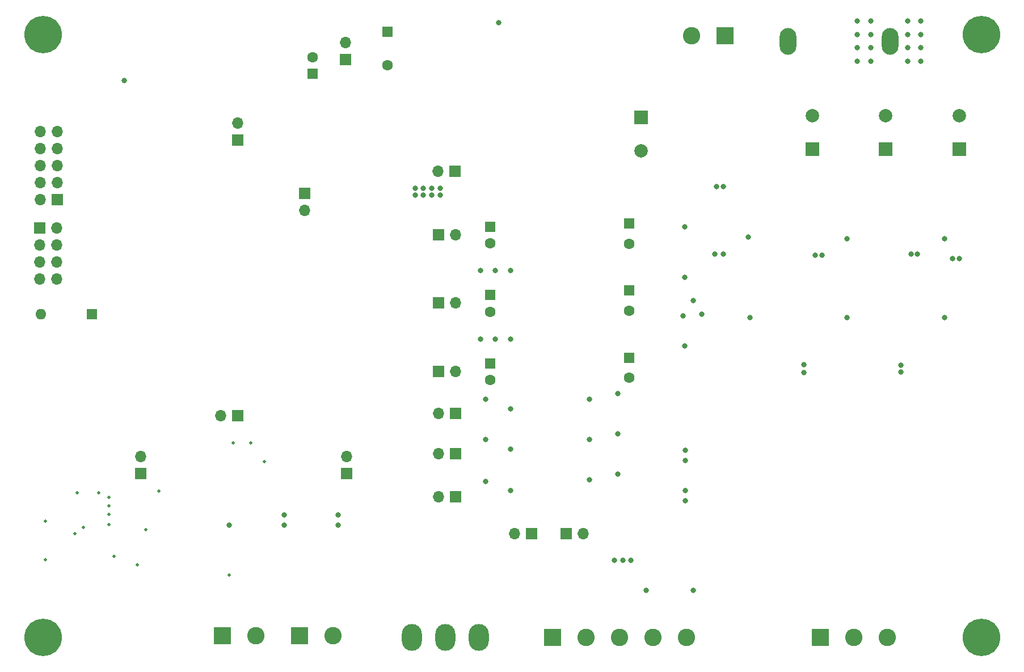
<source format=gbr>
%TF.GenerationSoftware,KiCad,Pcbnew,8.0.3*%
%TF.CreationDate,2024-07-07T23:54:37+03:00*%
%TF.ProjectId,STM32_Motor_Kit_v0.1,53544d33-325f-44d6-9f74-6f725f4b6974,rev?*%
%TF.SameCoordinates,Original*%
%TF.FileFunction,Copper,L2,Inr*%
%TF.FilePolarity,Positive*%
%FSLAX46Y46*%
G04 Gerber Fmt 4.6, Leading zero omitted, Abs format (unit mm)*
G04 Created by KiCad (PCBNEW 8.0.3) date 2024-07-07 23:54:37*
%MOMM*%
%LPD*%
G01*
G04 APERTURE LIST*
%TA.AperFunction,ComponentPad*%
%ADD10R,1.700000X1.700000*%
%TD*%
%TA.AperFunction,ComponentPad*%
%ADD11O,1.700000X1.700000*%
%TD*%
%TA.AperFunction,ComponentPad*%
%ADD12R,1.600000X1.600000*%
%TD*%
%TA.AperFunction,ComponentPad*%
%ADD13C,1.600000*%
%TD*%
%TA.AperFunction,ComponentPad*%
%ADD14C,0.800000*%
%TD*%
%TA.AperFunction,ComponentPad*%
%ADD15C,5.600000*%
%TD*%
%TA.AperFunction,ComponentPad*%
%ADD16R,2.000000X2.000000*%
%TD*%
%TA.AperFunction,ComponentPad*%
%ADD17C,2.000000*%
%TD*%
%TA.AperFunction,ComponentPad*%
%ADD18O,1.600000X1.600000*%
%TD*%
%TA.AperFunction,ComponentPad*%
%ADD19R,2.600000X2.600000*%
%TD*%
%TA.AperFunction,ComponentPad*%
%ADD20C,2.600000*%
%TD*%
%TA.AperFunction,ComponentPad*%
%ADD21O,2.500000X4.000000*%
%TD*%
%TA.AperFunction,ComponentPad*%
%ADD22O,3.000000X4.000000*%
%TD*%
%TA.AperFunction,ViaPad*%
%ADD23C,0.800000*%
%TD*%
%TA.AperFunction,ViaPad*%
%ADD24C,0.500000*%
%TD*%
G04 APERTURE END LIST*
D10*
%TO.N,Net-(JP13-A)*%
%TO.C,JP13*%
X100250000Y-120525000D03*
D11*
%TO.N,+5V*%
X100250000Y-117985000D03*
%TD*%
D12*
%TO.N,Net-(U9-VB)*%
%TO.C,C57*%
X142450000Y-103250000D03*
D13*
%TO.N,/Motor_Control/W_Phase_COM*%
X142450000Y-106250000D03*
%TD*%
D10*
%TO.N,+5V*%
%TO.C,JP4*%
X84025000Y-111945000D03*
D11*
%TO.N,Net-(JP4-B)*%
X81485000Y-111945000D03*
%TD*%
D12*
%TO.N,Net-(JP6-B)*%
%TO.C,C43*%
X121700000Y-83694888D03*
D13*
%TO.N,GND*%
X121700000Y-86194888D03*
%TD*%
D10*
%TO.N,GND*%
%TO.C,J2*%
X54460000Y-83860000D03*
D11*
%TO.N,Net-(J2-Pin_2)*%
X57000000Y-83860000D03*
%TO.N,GND*%
X54460000Y-86400000D03*
%TO.N,/MCU/RST*%
X57000000Y-86400000D03*
%TO.N,Net-(J2-Pin_5)*%
X54460000Y-88940000D03*
%TO.N,/MCU/SWDIO*%
X57000000Y-88940000D03*
%TO.N,Net-(J2-Pin_7)*%
X54460000Y-91480000D03*
%TO.N,/MCU/SWCLK*%
X57000000Y-91480000D03*
%TD*%
D14*
%TO.N,unconnected-(H2-Pad1)*%
%TO.C,H2*%
X192800000Y-55000000D03*
X193500000Y-53500000D03*
X193500000Y-56500000D03*
X195000000Y-52800000D03*
D15*
X195000000Y-55000000D03*
D14*
X195000000Y-57200000D03*
X196500000Y-53500000D03*
X196500000Y-56500000D03*
X197200000Y-55000000D03*
%TD*%
D10*
%TO.N,Net-(JP10-A)*%
%TO.C,JP10*%
X116575000Y-124000000D03*
D11*
%TO.N,+3.3V*%
X114035000Y-124000000D03*
%TD*%
D16*
%TO.N,+24V*%
%TO.C,C19*%
X144250000Y-67382323D03*
D17*
%TO.N,GND*%
X144250000Y-72382323D03*
%TD*%
D10*
%TO.N,+15V*%
%TO.C,JP6*%
X114025000Y-84900000D03*
D11*
%TO.N,Net-(JP6-B)*%
X116565000Y-84900000D03*
%TD*%
D12*
%TO.N,Net-(JP5-B)*%
%TO.C,C45*%
X121700000Y-104094888D03*
D13*
%TO.N,GND*%
X121700000Y-106594888D03*
%TD*%
D12*
%TO.N,/MCU/BOOT*%
%TO.C,SW1*%
X62300000Y-96750000D03*
D18*
%TO.N,+3.3V_MCU*%
X54680000Y-96750000D03*
%TD*%
D16*
%TO.N,Vbus*%
%TO.C,C58*%
X180750000Y-72117677D03*
D17*
%TO.N,GND*%
X180750000Y-67117677D03*
%TD*%
D12*
%TO.N,Net-(U7-VB)*%
%TO.C,C53*%
X142450000Y-83250000D03*
D13*
%TO.N,/Motor_Control/U_Phase_COM*%
X142450000Y-86250000D03*
%TD*%
D10*
%TO.N,Net-(JP12-A)*%
%TO.C,JP12*%
X133075000Y-129500000D03*
D11*
%TO.N,+5V*%
X135615000Y-129500000D03*
%TD*%
D16*
%TO.N,Vbus*%
%TO.C,C59*%
X191750000Y-72117677D03*
D17*
%TO.N,GND*%
X191750000Y-67117677D03*
%TD*%
D14*
%TO.N,unconnected-(H4-Pad1)*%
%TO.C,H4*%
X192800000Y-145000000D03*
X193500000Y-143500000D03*
X193500000Y-146500000D03*
X195000000Y-142800000D03*
D15*
X195000000Y-145000000D03*
D14*
X195000000Y-147200000D03*
X196500000Y-143500000D03*
X196500000Y-146500000D03*
X197200000Y-145000000D03*
%TD*%
D12*
%TO.N,+5V*%
%TO.C,C31*%
X106400000Y-54597349D03*
D13*
%TO.N,GND*%
X106400000Y-59597349D03*
%TD*%
D19*
%TO.N,/CanBus_Communication/CAN_L*%
%TO.C,J3*%
X81750000Y-144805000D03*
D20*
%TO.N,/CanBus_Communication/CAN_H*%
X86750000Y-144805000D03*
%TD*%
D10*
%TO.N,+15V*%
%TO.C,JP7*%
X114025000Y-95100000D03*
D11*
%TO.N,Net-(JP7-B)*%
X116565000Y-95100000D03*
%TD*%
D19*
%TO.N,GND(SHIELD)*%
%TO.C,J5*%
X131000000Y-145000000D03*
D20*
%TO.N,GND*%
X136000000Y-145000000D03*
%TO.N,Net-(J5-Pin_3)*%
X141000000Y-145000000D03*
%TO.N,Net-(J5-Pin_4)*%
X146000000Y-145000000D03*
%TO.N,Net-(J5-Pin_5)*%
X151000000Y-145000000D03*
%TD*%
D21*
%TO.N,Net-(J1-Pin_1)*%
%TO.C,F1*%
X166130000Y-56000000D03*
%TO.N,Vbus*%
X181370000Y-56000000D03*
%TD*%
D19*
%TO.N,Net-(J1-Pin_1)*%
%TO.C,J1*%
X156750000Y-55195000D03*
D20*
%TO.N,GND*%
X151750000Y-55195000D03*
%TD*%
D10*
%TO.N,Net-(JP15-A)*%
%TO.C,JP15*%
X84000000Y-70775000D03*
D11*
%TO.N,+3.3V*%
X84000000Y-68235000D03*
%TD*%
D19*
%TO.N,/Motor_Control/U_Phase_COM*%
%TO.C,J4*%
X171000000Y-145000000D03*
D20*
%TO.N,/Motor_Control/V_Phase_COM*%
X176000000Y-145000000D03*
%TO.N,/Motor_Control/W_Phase_COM*%
X181000000Y-145000000D03*
%TD*%
D12*
%TO.N,Net-(JP7-B)*%
%TO.C,C44*%
X121700000Y-93894888D03*
D13*
%TO.N,GND*%
X121700000Y-96394888D03*
%TD*%
D10*
%TO.N,Net-(JP3-A)*%
%TO.C,JP3*%
X116500000Y-75400000D03*
D11*
%TO.N,+3.3V*%
X113960000Y-75400000D03*
%TD*%
D14*
%TO.N,unconnected-(H3-Pad1)*%
%TO.C,H3*%
X52800000Y-145000000D03*
X53500000Y-143500000D03*
X53500000Y-146500000D03*
X55000000Y-142800000D03*
D15*
X55000000Y-145000000D03*
D14*
X55000000Y-147200000D03*
X56500000Y-143500000D03*
X56500000Y-146500000D03*
X57200000Y-145000000D03*
%TD*%
D10*
%TO.N,Net-(JP9-A)*%
%TO.C,JP9*%
X116575000Y-117600000D03*
D11*
%TO.N,+3.3V*%
X114035000Y-117600000D03*
%TD*%
D10*
%TO.N,unconnected-(J6-Pin_1-Pad1)*%
%TO.C,J6*%
X57075000Y-79675000D03*
D11*
%TO.N,unconnected-(J6-Pin_2-Pad2)*%
X54535000Y-79675000D03*
%TO.N,unconnected-(J6-Pin_3-Pad3)*%
X57075000Y-77135000D03*
%TO.N,unconnected-(J6-Pin_4-Pad4)*%
X54535000Y-77135000D03*
%TO.N,unconnected-(J6-Pin_5-Pad5)*%
X57075000Y-74595000D03*
%TO.N,unconnected-(J6-Pin_6-Pad6)*%
X54535000Y-74595000D03*
%TO.N,unconnected-(J6-Pin_7-Pad7)*%
X57075000Y-72055000D03*
%TO.N,unconnected-(J6-Pin_8-Pad8)*%
X54535000Y-72055000D03*
%TO.N,unconnected-(J6-Pin_9-Pad9)*%
X57075000Y-69515000D03*
%TO.N,unconnected-(J6-Pin_10-Pad10)*%
X54535000Y-69515000D03*
%TD*%
D14*
%TO.N,unconnected-(H1-Pad1)*%
%TO.C,H1*%
X52800000Y-55000000D03*
X53500000Y-53500000D03*
X53500000Y-56500000D03*
X55000000Y-52800000D03*
D15*
X55000000Y-55000000D03*
D14*
X55000000Y-57200000D03*
X56500000Y-53500000D03*
X56500000Y-56500000D03*
X57200000Y-55000000D03*
%TD*%
D10*
%TO.N,Net-(JP2-A)*%
%TO.C,JP2*%
X100100000Y-58775000D03*
D11*
%TO.N,+5V*%
X100100000Y-56235000D03*
%TD*%
D22*
%TO.N,+3.3V*%
%TO.C,RV1*%
X110000000Y-145000000D03*
%TO.N,Net-(R89-Pad1)*%
X115000000Y-145000000D03*
%TO.N,Net-(R88-Pad2)*%
X120000000Y-145000000D03*
%TD*%
D16*
%TO.N,Vbus*%
%TO.C,C103*%
X169800000Y-72117677D03*
D17*
%TO.N,GND*%
X169800000Y-67117677D03*
%TD*%
D10*
%TO.N,+3.3V*%
%TO.C,JP1*%
X94000000Y-78725000D03*
D11*
%TO.N,+3.3V_MCU*%
X94000000Y-81265000D03*
%TD*%
D10*
%TO.N,+15V*%
%TO.C,JP5*%
X114025000Y-105300000D03*
D11*
%TO.N,Net-(JP5-B)*%
X116565000Y-105300000D03*
%TD*%
D10*
%TO.N,Net-(JP14-A)*%
%TO.C,JP14*%
X69550000Y-120525000D03*
D11*
%TO.N,+5V*%
X69550000Y-117985000D03*
%TD*%
D19*
%TO.N,/RS485_Communication/RS485_0_P*%
%TO.C,J7*%
X93250000Y-144805000D03*
D20*
%TO.N,/RS485_Communication/RS485_0_N*%
X98250000Y-144805000D03*
%TD*%
D10*
%TO.N,Net-(JP8-A)*%
%TO.C,JP8*%
X116575000Y-111600000D03*
D11*
%TO.N,+3.3V*%
X114035000Y-111600000D03*
%TD*%
D12*
%TO.N,Net-(JP2-A)*%
%TO.C,C11*%
X95200000Y-60905113D03*
D13*
%TO.N,GND*%
X95200000Y-58405113D03*
%TD*%
D10*
%TO.N,Net-(JP11-A)*%
%TO.C,JP11*%
X127875000Y-129500000D03*
D11*
%TO.N,+3.3V*%
X125335000Y-129500000D03*
%TD*%
D12*
%TO.N,Net-(U8-VB)*%
%TO.C,C55*%
X142450000Y-93250000D03*
D13*
%TO.N,/Motor_Control/V_Phase_COM*%
X142450000Y-96250000D03*
%TD*%
D23*
%TO.N,+3.3V*%
X140800000Y-108600000D03*
X140800000Y-120600000D03*
X140800000Y-114600000D03*
%TO.N,GND*%
X120250000Y-90250000D03*
D24*
X65550000Y-132900000D03*
D23*
X91000000Y-126750000D03*
X123000000Y-53250000D03*
X122500000Y-90250000D03*
X121000000Y-109500000D03*
X122500000Y-100500000D03*
X124800000Y-123100000D03*
D24*
X69050000Y-134150000D03*
X83385000Y-116000000D03*
D23*
X124800000Y-110900000D03*
X67100000Y-61850000D03*
X124750000Y-100500000D03*
X121000000Y-115500000D03*
X99000000Y-128250000D03*
X136500000Y-115500000D03*
X136500000Y-121500000D03*
X120250000Y-100500000D03*
X121000000Y-121750000D03*
D24*
X82750000Y-135750000D03*
D23*
X124800000Y-116900000D03*
X91000000Y-128250000D03*
X124750000Y-90250000D03*
D24*
X86000000Y-116000000D03*
D23*
X82750000Y-128250000D03*
X136500000Y-109500000D03*
X99000000Y-126750000D03*
%TO.N,+5V*%
X142750000Y-133500000D03*
X141500000Y-133500000D03*
X145000000Y-138000000D03*
X140250000Y-133500000D03*
D24*
X88000000Y-118750000D03*
D23*
X152000000Y-138000000D03*
%TO.N,+15V*%
X110500000Y-78000000D03*
X113000000Y-79000000D03*
X111750000Y-78000000D03*
X114250000Y-79000000D03*
X110500000Y-79000000D03*
X114250000Y-78000000D03*
X111750000Y-79000000D03*
X113000000Y-78000000D03*
%TO.N,/Motor_Control/U_Phase_COM*%
X156500000Y-87750000D03*
X155250000Y-87750000D03*
%TO.N,/Motor_Control/V_Phase_COM*%
X171250000Y-88000000D03*
X170250000Y-88000000D03*
%TO.N,/Motor_Control/W_Phase_COM*%
X191750000Y-88500000D03*
X184500000Y-87750000D03*
X185500000Y-87750000D03*
X190750000Y-88500000D03*
%TO.N,Vbus*%
X156500000Y-77750000D03*
X184000000Y-59000000D03*
X178500000Y-59000000D03*
X178500000Y-57000000D03*
X184000000Y-55000000D03*
X178500000Y-53000000D03*
X176500000Y-57000000D03*
X186000000Y-57000000D03*
X176500000Y-59000000D03*
X155500000Y-77750000D03*
X176500000Y-53000000D03*
X178500000Y-55000000D03*
X186000000Y-55000000D03*
X184000000Y-53000000D03*
X176500000Y-55000000D03*
X186000000Y-59000000D03*
X184000000Y-57000000D03*
X186000000Y-53000000D03*
%TO.N,/Motor_Control/V_Shunt_High*%
X168500000Y-104300000D03*
X150800000Y-117100000D03*
%TO.N,/Motor_Control/W_Shunt_High*%
X183000000Y-104400000D03*
X150800000Y-123100000D03*
D24*
%TO.N,Net-(JP14-A)*%
X70300000Y-128900000D03*
X72300000Y-123150000D03*
D23*
%TO.N,Net-(D15-Pad2)*%
X150750000Y-83750000D03*
X160250000Y-85250000D03*
%TO.N,Net-(D16-Pad2)*%
X160500000Y-97250000D03*
X153250000Y-96750000D03*
%TO.N,Net-(D19-Pad2)*%
X150750000Y-91250000D03*
X175000000Y-85500000D03*
%TO.N,Net-(D20-Pad2)*%
X150500000Y-97000000D03*
X175000000Y-97250000D03*
%TO.N,Net-(D23-Pad2)*%
X189500000Y-85500000D03*
X152000000Y-94750000D03*
%TO.N,Net-(D24-Pad2)*%
X189500000Y-97250000D03*
X150750000Y-101500000D03*
D24*
%TO.N,Net-(U15-QA)*%
X60050000Y-123400000D03*
X63300000Y-123400000D03*
%TO.N,Net-(U15-QB)*%
X64800000Y-124150000D03*
X55300000Y-127650000D03*
%TO.N,Net-(U15-QC)*%
X61000000Y-128600000D03*
X64800000Y-125400000D03*
%TO.N,Net-(U15-QD)*%
X64800000Y-126650000D03*
X59700000Y-129500000D03*
%TO.N,Net-(U15-QE)*%
X55300000Y-133400000D03*
X64800000Y-128150000D03*
D23*
%TO.N,/Motor_Control/UVW_Phase_Total*%
X150800000Y-124600000D03*
X168500000Y-105500000D03*
X183000000Y-105400000D03*
X150800000Y-118600000D03*
%TD*%
M02*

</source>
